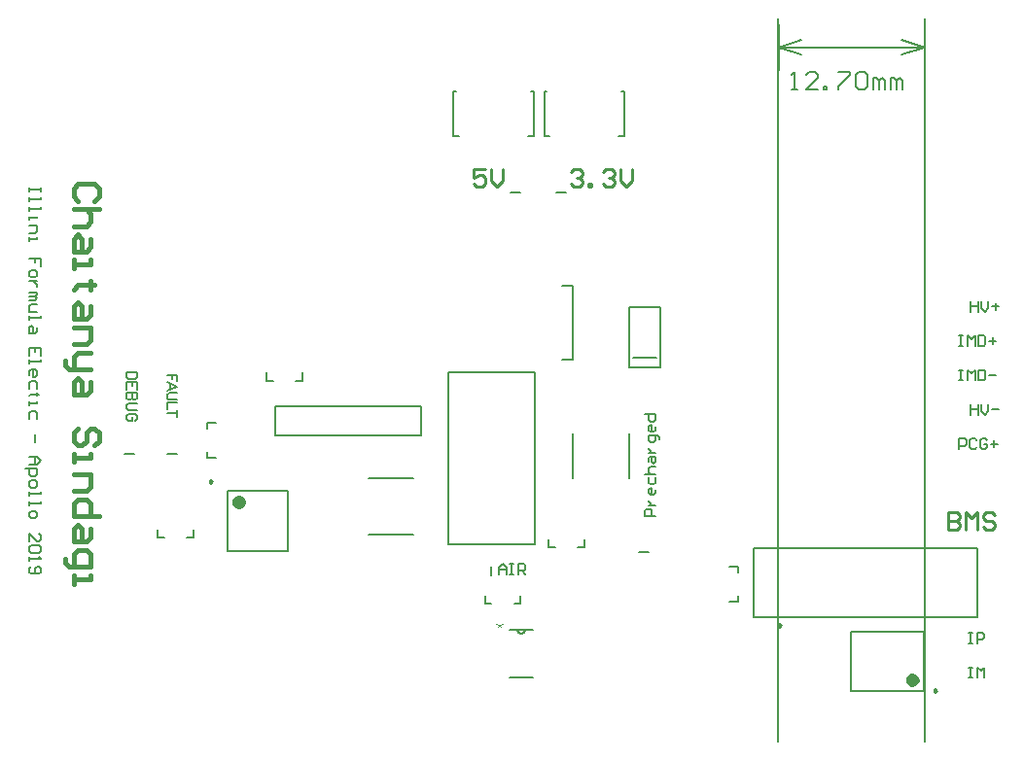
<source format=gto>
G04*
G04 #@! TF.GenerationSoftware,Altium Limited,Altium Designer,19.0.14 (431)*
G04*
G04 Layer_Color=65535*
%FSLAX25Y25*%
%MOIN*%
G70*
G01*
G75*
%ADD10C,0.00984*%
%ADD11C,0.02362*%
%ADD12C,0.00600*%
%ADD13C,0.00787*%
%ADD14C,0.00591*%
%ADD15C,0.00800*%
%ADD16C,0.00500*%
%ADD17C,0.01575*%
%ADD18C,0.01000*%
G36*
X-70863Y-82626D02*
X-70835Y-82640D01*
X-70806Y-82669D01*
X-70799Y-82676D01*
X-70784Y-82705D01*
X-70770Y-82748D01*
X-70763Y-82812D01*
Y-83773D01*
X-69852Y-83472D01*
X-69845Y-83465D01*
X-69817Y-83457D01*
X-69788Y-83450D01*
X-69752D01*
X-69731Y-83457D01*
X-69702Y-83465D01*
X-69666Y-83493D01*
X-69659Y-83500D01*
X-69644Y-83515D01*
X-69630Y-83551D01*
X-69623Y-83587D01*
Y-83594D01*
Y-83615D01*
X-69637Y-83644D01*
X-69652Y-83680D01*
X-69659Y-83687D01*
X-69673Y-83701D01*
X-69709Y-83715D01*
X-69766Y-83737D01*
X-70677Y-84038D01*
X-70118Y-84812D01*
X-70111Y-84827D01*
X-70089Y-84856D01*
X-70068Y-84899D01*
X-70060Y-84934D01*
Y-84942D01*
X-70068Y-84970D01*
X-70075Y-84999D01*
X-70103Y-85035D01*
X-70111Y-85042D01*
X-70132Y-85056D01*
X-70161Y-85071D01*
X-70204Y-85078D01*
X-70218D01*
X-70247Y-85063D01*
X-70290Y-85035D01*
X-70319Y-85013D01*
X-70340Y-84977D01*
X-70906Y-84203D01*
X-71473Y-84977D01*
Y-84985D01*
X-71487Y-84992D01*
X-71516Y-85028D01*
X-71559Y-85063D01*
X-71580Y-85071D01*
X-71609Y-85078D01*
X-71616D01*
X-71645Y-85071D01*
X-71674Y-85056D01*
X-71710Y-85035D01*
X-71717Y-85028D01*
X-71731Y-85006D01*
X-71745Y-84977D01*
X-71753Y-84934D01*
Y-84927D01*
X-71745Y-84906D01*
X-71731Y-84863D01*
X-71695Y-84812D01*
X-71129Y-84038D01*
X-72047Y-83730D01*
X-72061Y-83723D01*
X-72089Y-83715D01*
X-72132Y-83694D01*
X-72161Y-83672D01*
Y-83665D01*
X-72168Y-83651D01*
X-72176Y-83622D01*
X-72183Y-83587D01*
Y-83579D01*
X-72176Y-83551D01*
X-72168Y-83522D01*
X-72147Y-83493D01*
X-72140Y-83486D01*
X-72118Y-83472D01*
X-72089Y-83457D01*
X-72054Y-83450D01*
X-72025D01*
X-71996Y-83457D01*
X-71953Y-83472D01*
X-71043Y-83773D01*
Y-82812D01*
Y-82805D01*
Y-82798D01*
X-71035Y-82755D01*
X-71028Y-82712D01*
X-71007Y-82669D01*
X-71000Y-82661D01*
X-70978Y-82640D01*
X-70942Y-82626D01*
X-70899Y-82618D01*
X-70892D01*
X-70863Y-82626D01*
D02*
G37*
D10*
X25610Y-83992D02*
X24872Y-83566D01*
Y-84418D01*
X25610Y-83992D01*
X78740Y-106378D02*
X78002Y-105952D01*
Y-106804D01*
X78740Y-106378D01*
X-169587Y-34646D02*
X-170325Y-34220D01*
Y-35072D01*
X-169587Y-34646D01*
D11*
X71653Y-102756D02*
X71209Y-101832D01*
X70210Y-101604D01*
X69408Y-102243D01*
Y-103268D01*
X70210Y-103907D01*
X71209Y-103679D01*
X71653Y-102756D01*
X-159252Y-41732D02*
X-159697Y-40809D01*
X-160696Y-40581D01*
X-161497Y-41220D01*
Y-42245D01*
X-160696Y-42884D01*
X-159697Y-42656D01*
X-159252Y-41732D01*
D12*
X-64783Y-85601D02*
X-64396Y-86435D01*
X-63533Y-86751D01*
X-62699Y-86364D01*
X-62383Y-85501D01*
X-67520D02*
X-63583D01*
X-67520Y-101901D02*
X-59646D01*
X-63583Y-85501D02*
X-59646D01*
X86614Y15410D02*
X87814D01*
X87214D01*
Y11811D01*
X86614D01*
X87814D01*
X89613D02*
Y15410D01*
X90813Y14210D01*
X92012Y15410D01*
Y11811D01*
X93212Y15410D02*
Y11811D01*
X95012D01*
X95611Y12411D01*
Y14810D01*
X95012Y15410D01*
X93212D01*
X96811Y13610D02*
X99210D01*
X98010Y14810D02*
Y12411D01*
X86614Y3599D02*
X87814D01*
X87214D01*
Y-0D01*
X86614D01*
X87814D01*
X89613D02*
Y3599D01*
X90813Y2399D01*
X92012Y3599D01*
Y-0D01*
X93212Y3599D02*
Y-0D01*
X95012D01*
X95611Y600D01*
Y2999D01*
X95012Y3599D01*
X93212D01*
X96811Y1799D02*
X99210D01*
X90551Y-8212D02*
Y-11811D01*
Y-10012D01*
X92950D01*
Y-8212D01*
Y-11811D01*
X94150Y-8212D02*
Y-10611D01*
X95350Y-11811D01*
X96549Y-10611D01*
Y-8212D01*
X97749Y-10012D02*
X100148D01*
X90551Y27221D02*
Y23622D01*
Y25422D01*
X92950D01*
Y27221D01*
Y23622D01*
X94150Y27221D02*
Y24822D01*
X95350Y23622D01*
X96549Y24822D01*
Y27221D01*
X97749Y25422D02*
X100148D01*
X98949Y26621D02*
Y24222D01*
X86614Y-23622D02*
Y-20023D01*
X88414D01*
X89013Y-20623D01*
Y-21823D01*
X88414Y-22422D01*
X86614D01*
X92612Y-20623D02*
X92012Y-20023D01*
X90813D01*
X90213Y-20623D01*
Y-23022D01*
X90813Y-23622D01*
X92012D01*
X92612Y-23022D01*
X96211Y-20623D02*
X95611Y-20023D01*
X94412D01*
X93812Y-20623D01*
Y-23022D01*
X94412Y-23622D01*
X95611D01*
X96211Y-23022D01*
Y-21823D01*
X95012D01*
X97411D02*
X99810D01*
X98610Y-20623D02*
Y-23022D01*
X-181440Y1969D02*
X-185039D01*
X-181440D02*
Y-260D01*
X-183154Y1969D02*
Y597D01*
X-185039Y-3413D02*
X-181440Y-2042D01*
X-185039Y-671D01*
X-183840Y-1185D02*
Y-2899D01*
X-181440Y-4253D02*
X-184011D01*
X-184525Y-4424D01*
X-184868Y-4767D01*
X-185039Y-5281D01*
Y-5624D01*
X-184868Y-6138D01*
X-184525Y-6481D01*
X-184011Y-6652D01*
X-181440D01*
Y-7647D02*
X-185039D01*
Y-9703D01*
X-181440Y-11297D02*
X-185039D01*
X-181440Y-10097D02*
Y-12497D01*
X-195220Y2953D02*
X-198819D01*
Y1153D01*
X-198219Y554D01*
X-195820D01*
X-195220Y1153D01*
Y2953D01*
Y-3045D02*
Y-646D01*
X-198819D01*
Y-3045D01*
X-197020Y-646D02*
Y-1846D01*
X-195220Y-4245D02*
X-198819D01*
Y-6044D01*
X-198219Y-6644D01*
X-197619D01*
X-197020Y-6044D01*
Y-4245D01*
Y-6044D01*
X-196420Y-6644D01*
X-195820D01*
X-195220Y-6044D01*
Y-4245D01*
Y-7844D02*
X-198219D01*
X-198819Y-8444D01*
Y-9643D01*
X-198219Y-10243D01*
X-195220D01*
X-195820Y-13842D02*
X-195220Y-13242D01*
Y-12042D01*
X-195820Y-11443D01*
X-198219D01*
X-198819Y-12042D01*
Y-13242D01*
X-198219Y-13842D01*
X-197020D01*
Y-12642D01*
X89764Y-98370D02*
X90963D01*
X90364D01*
Y-101969D01*
X89764D01*
X90963D01*
X92763D02*
Y-98370D01*
X93962Y-99569D01*
X95162Y-98370D01*
Y-101969D01*
X89764Y-86559D02*
X90963D01*
X90364D01*
Y-90158D01*
X89764D01*
X90963D01*
X92763D02*
Y-86559D01*
X94562D01*
X95162Y-87159D01*
Y-88358D01*
X94562Y-88958D01*
X92763D01*
X-17520Y-46457D02*
X-21118D01*
Y-44657D01*
X-20519Y-44058D01*
X-19319D01*
X-18719Y-44657D01*
Y-46457D01*
X-19919Y-42858D02*
X-17520D01*
X-18719D01*
X-19319Y-42258D01*
X-19919Y-41658D01*
Y-41058D01*
X-17520Y-37460D02*
Y-38659D01*
X-18120Y-39259D01*
X-19319D01*
X-19919Y-38659D01*
Y-37460D01*
X-19319Y-36860D01*
X-18719D01*
Y-39259D01*
X-19919Y-33261D02*
Y-35060D01*
X-19319Y-35660D01*
X-18120D01*
X-17520Y-35060D01*
Y-33261D01*
X-21118Y-32061D02*
X-17520D01*
X-19319D01*
X-19919Y-31462D01*
Y-30262D01*
X-19319Y-29662D01*
X-17520D01*
X-19919Y-27863D02*
Y-26663D01*
X-19319Y-26063D01*
X-17520D01*
Y-27863D01*
X-18120Y-28462D01*
X-18719Y-27863D01*
Y-26063D01*
X-19919Y-24864D02*
X-17520D01*
X-18719D01*
X-19319Y-24264D01*
X-19919Y-23664D01*
Y-23064D01*
X-16320Y-20065D02*
Y-19465D01*
X-16920Y-18866D01*
X-19919D01*
Y-20665D01*
X-19319Y-21265D01*
X-18120D01*
X-17520Y-20665D01*
Y-18866D01*
Y-15867D02*
Y-17066D01*
X-18120Y-17666D01*
X-19319D01*
X-19919Y-17066D01*
Y-15867D01*
X-19319Y-15267D01*
X-18719D01*
Y-17666D01*
X-21118Y-11668D02*
X-17520D01*
Y-13467D01*
X-18120Y-14067D01*
X-19319D01*
X-19919Y-13467D01*
Y-11668D01*
X-71063Y-66535D02*
Y-64136D01*
X-69863Y-62937D01*
X-68664Y-64136D01*
Y-66535D01*
Y-64736D01*
X-71063D01*
X-67464Y-62937D02*
X-66264D01*
X-66864D01*
Y-66535D01*
X-67464D01*
X-66264D01*
X-64465D02*
Y-62937D01*
X-62666D01*
X-62066Y-63536D01*
Y-64736D01*
X-62666Y-65336D01*
X-64465D01*
X-63266D02*
X-62066Y-66535D01*
X29111Y99875D02*
X31110D01*
X30111D01*
Y105874D01*
X29111Y104874D01*
X38108Y99875D02*
X34109D01*
X38108Y103874D01*
Y104874D01*
X37108Y105874D01*
X35109D01*
X34109Y104874D01*
X40107Y99875D02*
Y100875D01*
X41107D01*
Y99875D01*
X40107D01*
X45106Y105874D02*
X49104D01*
Y104874D01*
X45106Y100875D01*
Y99875D01*
X51104Y104874D02*
X52103Y105874D01*
X54103D01*
X55102Y104874D01*
Y100875D01*
X54103Y99875D01*
X52103D01*
X51104Y100875D01*
Y104874D01*
X57102Y99875D02*
Y103874D01*
X58101D01*
X59101Y102875D01*
Y99875D01*
Y102875D01*
X60101Y103874D01*
X61101Y102875D01*
Y99875D01*
X63100D02*
Y103874D01*
X64100D01*
X65099Y102875D01*
Y99875D01*
Y102875D01*
X66099Y103874D01*
X67099Y102875D01*
Y99875D01*
D13*
X92835Y-81201D02*
Y-57579D01*
X16063Y-81201D02*
Y-57579D01*
Y-81201D02*
X92835D01*
X16063Y-57579D02*
X92835D01*
X49606Y-86221D02*
X74410D01*
X49606Y-106693D02*
X74410D01*
X49606D02*
Y-86221D01*
X74410Y-106693D02*
Y-86221D01*
X-164370Y-58661D02*
Y-37795D01*
X-143504Y-58661D02*
Y-37795D01*
X-164370D02*
X-143504D01*
X-164370Y-58661D02*
X-143504D01*
X66831Y111647D02*
X74705Y114272D01*
X66831Y116896D02*
X74705Y114272D01*
X24705D02*
X32579Y116896D01*
X24705Y114272D02*
X32579Y111647D01*
X49705Y114272D02*
X74705D01*
X24705D02*
X49705D01*
X74705Y106398D02*
Y122146D01*
X24705Y106398D02*
Y122146D01*
X-228217Y66142D02*
Y64830D01*
Y65486D01*
X-232153D01*
Y66142D01*
Y64830D01*
Y62862D02*
Y61550D01*
Y62206D01*
X-228217D01*
Y62862D01*
X-232153Y59582D02*
Y58270D01*
Y58926D01*
X-228217D01*
Y59582D01*
X-232153Y56302D02*
Y54991D01*
Y55646D01*
X-229529D01*
Y56302D01*
X-232153Y53023D02*
X-229529D01*
Y51055D01*
X-230185Y50399D01*
X-232153D01*
Y49087D02*
Y47775D01*
Y48431D01*
X-229529D01*
Y49087D01*
X-228217Y39248D02*
Y41871D01*
X-230185D01*
Y40559D01*
Y41871D01*
X-232153D01*
Y37280D02*
Y35968D01*
X-231497Y35312D01*
X-230185D01*
X-229529Y35968D01*
Y37280D01*
X-230185Y37936D01*
X-231497D01*
X-232153Y37280D01*
X-229529Y34000D02*
X-232153D01*
X-230841D01*
X-230185Y33344D01*
X-229529Y32688D01*
Y32032D01*
X-232153Y30064D02*
X-229529D01*
Y29408D01*
X-230185Y28752D01*
X-232153D01*
X-230185D01*
X-229529Y28096D01*
X-230185Y27440D01*
X-232153D01*
X-229529Y26128D02*
X-231497D01*
X-232153Y25472D01*
Y23505D01*
X-229529D01*
X-232153Y22193D02*
Y20881D01*
Y21537D01*
X-228217D01*
Y22193D01*
X-229529Y18257D02*
Y16945D01*
X-230185Y16289D01*
X-232153D01*
Y18257D01*
X-231497Y18913D01*
X-230841Y18257D01*
Y16289D01*
X-228217Y8418D02*
Y11041D01*
X-232153D01*
Y8418D01*
X-230185Y11041D02*
Y9730D01*
X-232153Y7106D02*
Y5794D01*
Y6450D01*
X-228217D01*
Y7106D01*
X-232153Y1858D02*
Y3170D01*
X-231497Y3826D01*
X-230185D01*
X-229529Y3170D01*
Y1858D01*
X-230185Y1202D01*
X-230841D01*
Y3826D01*
X-229529Y-2734D02*
Y-766D01*
X-230185Y-110D01*
X-231497D01*
X-232153Y-766D01*
Y-2734D01*
X-228873Y-4702D02*
X-229529D01*
Y-4046D01*
Y-5358D01*
Y-4702D01*
X-231497D01*
X-232153Y-5358D01*
Y-7325D02*
Y-8637D01*
Y-7981D01*
X-229529D01*
Y-7325D01*
Y-13229D02*
Y-11261D01*
X-230185Y-10605D01*
X-231497D01*
X-232153Y-11261D01*
Y-13229D01*
X-230185Y-18477D02*
Y-21101D01*
X-232153Y-26348D02*
X-229529D01*
X-228217Y-27660D01*
X-229529Y-28972D01*
X-232153D01*
X-230185D01*
Y-26348D01*
X-233465Y-30284D02*
X-229529D01*
Y-32252D01*
X-230185Y-32908D01*
X-231497D01*
X-232153Y-32252D01*
Y-30284D01*
Y-34876D02*
Y-36187D01*
X-231497Y-36843D01*
X-230185D01*
X-229529Y-36187D01*
Y-34876D01*
X-230185Y-34220D01*
X-231497D01*
X-232153Y-34876D01*
Y-38155D02*
Y-39467D01*
Y-38811D01*
X-228217D01*
Y-38155D01*
X-232153Y-41435D02*
Y-42747D01*
Y-42091D01*
X-228217D01*
Y-41435D01*
X-232153Y-45371D02*
Y-46683D01*
X-231497Y-47339D01*
X-230185D01*
X-229529Y-46683D01*
Y-45371D01*
X-230185Y-44715D01*
X-231497D01*
X-232153Y-45371D01*
Y-55210D02*
Y-52586D01*
X-229529Y-55210D01*
X-228873D01*
X-228217Y-54554D01*
Y-53242D01*
X-228873Y-52586D01*
Y-56522D02*
X-228217Y-57178D01*
Y-58490D01*
X-228873Y-59146D01*
X-231497D01*
X-232153Y-58490D01*
Y-57178D01*
X-231497Y-56522D01*
X-228873D01*
X-232153Y-60458D02*
Y-61770D01*
Y-61114D01*
X-228217D01*
X-228873Y-60458D01*
X-231497Y-63738D02*
X-232153Y-64394D01*
Y-65706D01*
X-231497Y-66361D01*
X-228873D01*
X-228217Y-65706D01*
Y-64394D01*
X-228873Y-63738D01*
X-229529D01*
X-230185Y-64394D01*
Y-66361D01*
D14*
X7874Y-75984D02*
X10689D01*
Y-73819D01*
Y-65945D02*
Y-63779D01*
X7874D02*
X10689D01*
X-199484Y-25185D02*
X-196335D01*
X-188189Y-53996D02*
Y-51181D01*
Y-53996D02*
X-186024D01*
X-178150D02*
X-175984D01*
Y-51181D01*
X-75984Y-76634D02*
Y-73819D01*
Y-76634D02*
X-73819D01*
X-65945D02*
X-63779D01*
Y-73819D01*
X-184721Y-25185D02*
X-181571D01*
X-171122Y-14370D02*
X-168307D01*
X-171122Y-16535D02*
Y-14370D01*
Y-26575D02*
Y-24409D01*
Y-26575D02*
X-168307D01*
X-150787Y-59D02*
Y2756D01*
Y-59D02*
X-148622D01*
X-140748D02*
X-138583D01*
Y2756D01*
X-98032Y-18779D02*
Y-8779D01*
X-148031Y-18779D02*
X-98032D01*
X-148031D02*
Y-8779D01*
X-98032D01*
X-15933Y4528D02*
Y25000D01*
X-26563Y4528D02*
X-15933D01*
X-26563D02*
Y25000D01*
X-15933D01*
X-25185Y7874D02*
X-17311D01*
X-73831Y-67004D02*
Y-63854D01*
X-54134Y-57342D02*
Y-54528D01*
Y-57342D02*
X-51968D01*
X-44094D02*
X-41929D01*
Y-54528D01*
X-26575Y-33661D02*
Y-18307D01*
X-45866Y-33661D02*
Y-18307D01*
X-23106Y-58768D02*
X-19957D01*
X24409Y124016D02*
X24409Y-123721D01*
X74803Y-124016D02*
Y124016D01*
X-115945Y-52953D02*
X-100591D01*
X-115945Y-33661D02*
X-100591D01*
X-67201Y64579D02*
X-64051D01*
X-86811Y99016D02*
X-85827D01*
X-86811Y83661D02*
Y99016D01*
Y83661D02*
X-84842D01*
X-60236Y99016D02*
X-59252D01*
Y83661D02*
Y99016D01*
X-61221Y83661D02*
X-59252D01*
X-51453Y64579D02*
X-48303D01*
X-55709Y99016D02*
X-54724D01*
X-55709Y83661D02*
Y99016D01*
Y83661D02*
X-53740D01*
X-29134Y99016D02*
X-28150D01*
Y83661D02*
Y99016D01*
X-30118Y83661D02*
X-28150D01*
D15*
X-45945Y7004D02*
Y32594D01*
X-49444D02*
X-45944Y32594D01*
X-49444Y7004D02*
X-45944Y7003D01*
D16*
X-58897Y-56182D02*
Y2874D01*
X-88425Y-56182D02*
X-58897D01*
X-88425D02*
Y2874D01*
X-58897D01*
D17*
X-209780Y61550D02*
X-208337Y62994D01*
Y65880D01*
X-209780Y67323D01*
X-215553D01*
X-216996Y65880D01*
Y62994D01*
X-215553Y61550D01*
X-208337Y58664D02*
X-216996D01*
X-212666D01*
X-211223Y57221D01*
Y54335D01*
X-212666Y52892D01*
X-216996D01*
X-211223Y48562D02*
Y45676D01*
X-212666Y44233D01*
X-216996D01*
Y48562D01*
X-215553Y50006D01*
X-214109Y48562D01*
Y44233D01*
X-216996Y41347D02*
Y38461D01*
Y39904D01*
X-211223D01*
Y41347D01*
X-209780Y32688D02*
X-211223D01*
Y34132D01*
Y31245D01*
Y32688D01*
X-215553D01*
X-216996Y31245D01*
X-211223Y25473D02*
Y22587D01*
X-212666Y21144D01*
X-216996D01*
Y25473D01*
X-215553Y26916D01*
X-214109Y25473D01*
Y21144D01*
X-216996Y18257D02*
X-211223D01*
Y13928D01*
X-212666Y12485D01*
X-216996D01*
X-211223Y9599D02*
X-215553D01*
X-216996Y8156D01*
Y3826D01*
X-218439D01*
X-219882Y5269D01*
Y6713D01*
X-216996Y3826D02*
X-211223D01*
Y-503D02*
Y-3389D01*
X-212666Y-4832D01*
X-216996D01*
Y-503D01*
X-215553Y940D01*
X-214109Y-503D01*
Y-4832D01*
X-209780Y-22150D02*
X-208337Y-20707D01*
Y-17820D01*
X-209780Y-16377D01*
X-211223D01*
X-212666Y-17820D01*
Y-20707D01*
X-214109Y-22150D01*
X-215553D01*
X-216996Y-20707D01*
Y-17820D01*
X-215553Y-16377D01*
X-216996Y-25036D02*
Y-27922D01*
Y-26479D01*
X-211223D01*
Y-25036D01*
X-216996Y-32251D02*
X-211223D01*
Y-36581D01*
X-212666Y-38024D01*
X-216996D01*
X-208337Y-46682D02*
X-216996D01*
Y-42353D01*
X-215553Y-40910D01*
X-212666D01*
X-211223Y-42353D01*
Y-46682D01*
Y-51012D02*
Y-53898D01*
X-212666Y-55341D01*
X-216996D01*
Y-51012D01*
X-215553Y-49569D01*
X-214109Y-51012D01*
Y-55341D01*
X-219882Y-61113D02*
Y-62556D01*
X-218439Y-64000D01*
X-211223D01*
Y-59670D01*
X-212666Y-58227D01*
X-215553D01*
X-216996Y-59670D01*
Y-64000D01*
Y-66886D02*
Y-69772D01*
Y-68329D01*
X-211223D01*
Y-66886D01*
D18*
X82677Y-45183D02*
Y-51181D01*
X85676D01*
X86676Y-50181D01*
Y-49182D01*
X85676Y-48182D01*
X82677D01*
X85676D01*
X86676Y-47182D01*
Y-46183D01*
X85676Y-45183D01*
X82677D01*
X88675Y-51181D02*
Y-45183D01*
X90675Y-47182D01*
X92674Y-45183D01*
Y-51181D01*
X98672Y-46183D02*
X97672Y-45183D01*
X95673D01*
X94673Y-46183D01*
Y-47182D01*
X95673Y-48182D01*
X97672D01*
X98672Y-49182D01*
Y-50181D01*
X97672Y-51181D01*
X95673D01*
X94673Y-50181D01*
X-46654Y71534D02*
X-45654Y72534D01*
X-43655D01*
X-42655Y71534D01*
Y70534D01*
X-43655Y69534D01*
X-44654D01*
X-43655D01*
X-42655Y68535D01*
Y67535D01*
X-43655Y66535D01*
X-45654D01*
X-46654Y67535D01*
X-40655Y66535D02*
Y67535D01*
X-39656D01*
Y66535D01*
X-40655D01*
X-35657Y71534D02*
X-34657Y72534D01*
X-32658D01*
X-31658Y71534D01*
Y70534D01*
X-32658Y69534D01*
X-33658D01*
X-32658D01*
X-31658Y68535D01*
Y67535D01*
X-32658Y66535D01*
X-34657D01*
X-35657Y67535D01*
X-29659Y72534D02*
Y68535D01*
X-27660Y66535D01*
X-25660Y68535D01*
Y72534D01*
X-75726D02*
X-79724D01*
Y69534D01*
X-77725Y70534D01*
X-76725D01*
X-75726Y69534D01*
Y67535D01*
X-76725Y66535D01*
X-78725D01*
X-79724Y67535D01*
X-73726Y72534D02*
Y68535D01*
X-71727Y66535D01*
X-69728Y68535D01*
Y72534D01*
M02*

</source>
